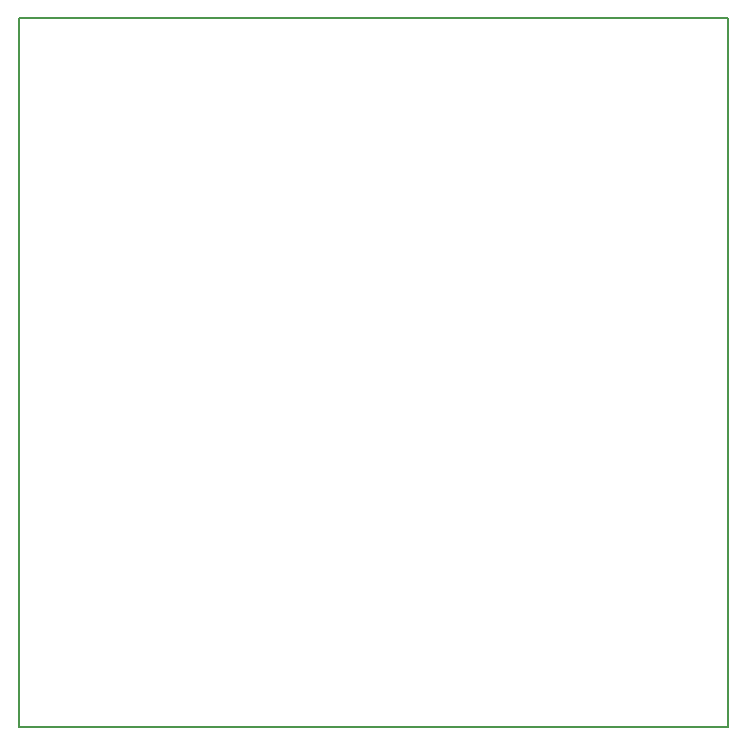
<source format=gbr>
G04 #@! TF.FileFunction,Profile,NP*
%FSLAX46Y46*%
G04 Gerber Fmt 4.6, Leading zero omitted, Abs format (unit mm)*
G04 Created by KiCad (PCBNEW 4.0.7) date 12/15/18 01:51:04*
%MOMM*%
%LPD*%
G01*
G04 APERTURE LIST*
%ADD10C,0.100000*%
%ADD11C,0.200000*%
G04 APERTURE END LIST*
D10*
D11*
X160000000Y-160000000D02*
X100000000Y-160000000D01*
X160000000Y-100000000D02*
X160000000Y-160000000D01*
X100000000Y-100000000D02*
X160000000Y-100000000D01*
X100000000Y-160000000D02*
X100000000Y-100000000D01*
M02*

</source>
